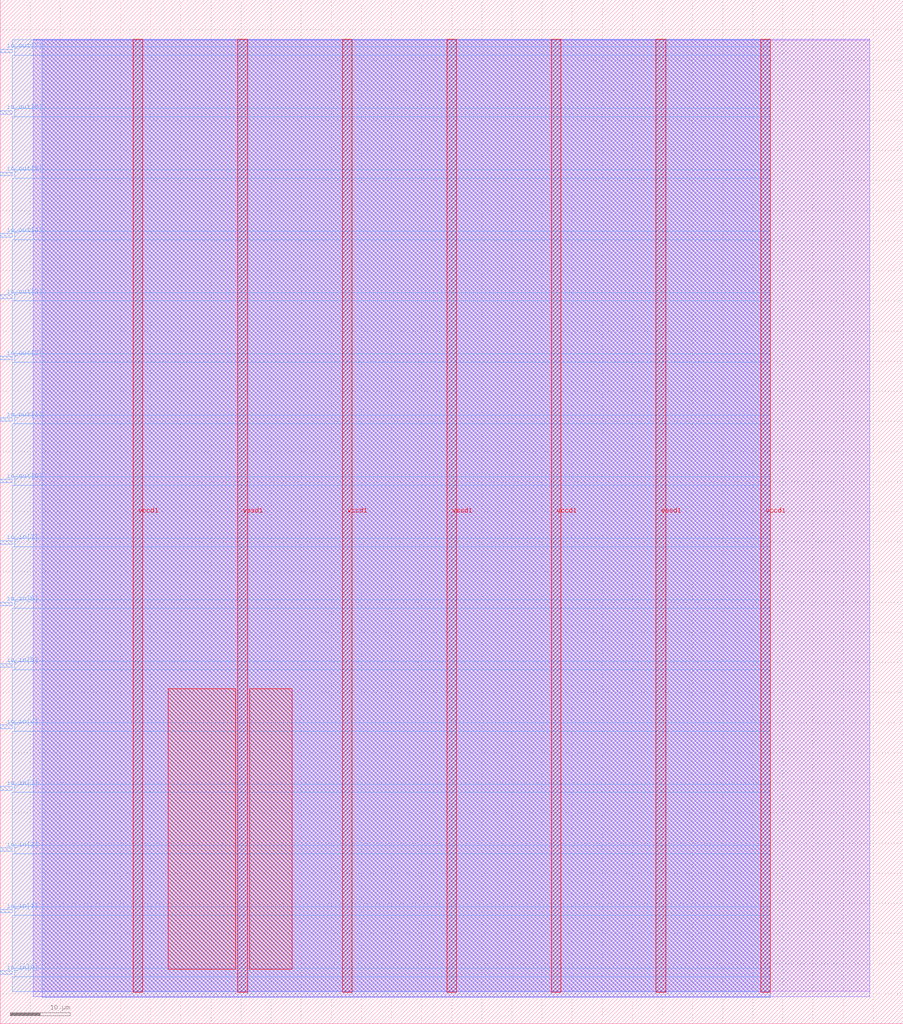
<source format=lef>
VERSION 5.7 ;
  NOWIREEXTENSIONATPIN ON ;
  DIVIDERCHAR "/" ;
  BUSBITCHARS "[]" ;
MACRO meriac_tt02_play_tune
  CLASS BLOCK ;
  FOREIGN meriac_tt02_play_tune ;
  ORIGIN 0.000 0.000 ;
  SIZE 150.000 BY 170.000 ;
  PIN io_in[0]
    DIRECTION INPUT ;
    USE SIGNAL ;
    PORT
      LAYER met3 ;
        RECT 0.000 8.200 2.000 8.800 ;
    END
  END io_in[0]
  PIN io_in[1]
    DIRECTION INPUT ;
    USE SIGNAL ;
    PORT
      LAYER met3 ;
        RECT 0.000 18.400 2.000 19.000 ;
    END
  END io_in[1]
  PIN io_in[2]
    DIRECTION INPUT ;
    USE SIGNAL ;
    PORT
      LAYER met3 ;
        RECT 0.000 28.600 2.000 29.200 ;
    END
  END io_in[2]
  PIN io_in[3]
    DIRECTION INPUT ;
    USE SIGNAL ;
    PORT
      LAYER met3 ;
        RECT 0.000 38.800 2.000 39.400 ;
    END
  END io_in[3]
  PIN io_in[4]
    DIRECTION INPUT ;
    USE SIGNAL ;
    PORT
      LAYER met3 ;
        RECT 0.000 49.000 2.000 49.600 ;
    END
  END io_in[4]
  PIN io_in[5]
    DIRECTION INPUT ;
    USE SIGNAL ;
    PORT
      LAYER met3 ;
        RECT 0.000 59.200 2.000 59.800 ;
    END
  END io_in[5]
  PIN io_in[6]
    DIRECTION INPUT ;
    USE SIGNAL ;
    PORT
      LAYER met3 ;
        RECT 0.000 69.400 2.000 70.000 ;
    END
  END io_in[6]
  PIN io_in[7]
    DIRECTION INPUT ;
    USE SIGNAL ;
    PORT
      LAYER met3 ;
        RECT 0.000 79.600 2.000 80.200 ;
    END
  END io_in[7]
  PIN io_out[0]
    DIRECTION OUTPUT TRISTATE ;
    USE SIGNAL ;
    PORT
      LAYER met3 ;
        RECT 0.000 89.800 2.000 90.400 ;
    END
  END io_out[0]
  PIN io_out[1]
    DIRECTION OUTPUT TRISTATE ;
    USE SIGNAL ;
    PORT
      LAYER met3 ;
        RECT 0.000 100.000 2.000 100.600 ;
    END
  END io_out[1]
  PIN io_out[2]
    DIRECTION OUTPUT TRISTATE ;
    USE SIGNAL ;
    PORT
      LAYER met3 ;
        RECT 0.000 110.200 2.000 110.800 ;
    END
  END io_out[2]
  PIN io_out[3]
    DIRECTION OUTPUT TRISTATE ;
    USE SIGNAL ;
    PORT
      LAYER met3 ;
        RECT 0.000 120.400 2.000 121.000 ;
    END
  END io_out[3]
  PIN io_out[4]
    DIRECTION OUTPUT TRISTATE ;
    USE SIGNAL ;
    PORT
      LAYER met3 ;
        RECT 0.000 130.600 2.000 131.200 ;
    END
  END io_out[4]
  PIN io_out[5]
    DIRECTION OUTPUT TRISTATE ;
    USE SIGNAL ;
    PORT
      LAYER met3 ;
        RECT 0.000 140.800 2.000 141.400 ;
    END
  END io_out[5]
  PIN io_out[6]
    DIRECTION OUTPUT TRISTATE ;
    USE SIGNAL ;
    PORT
      LAYER met3 ;
        RECT 0.000 151.000 2.000 151.600 ;
    END
  END io_out[6]
  PIN io_out[7]
    DIRECTION OUTPUT TRISTATE ;
    USE SIGNAL ;
    PORT
      LAYER met3 ;
        RECT 0.000 161.200 2.000 161.800 ;
    END
  END io_out[7]
  PIN vccd1
    DIRECTION INOUT ;
    USE POWER ;
    PORT
      LAYER met4 ;
        RECT 22.090 5.200 23.690 163.440 ;
    END
    PORT
      LAYER met4 ;
        RECT 56.830 5.200 58.430 163.440 ;
    END
    PORT
      LAYER met4 ;
        RECT 91.570 5.200 93.170 163.440 ;
    END
    PORT
      LAYER met4 ;
        RECT 126.310 5.200 127.910 163.440 ;
    END
  END vccd1
  PIN vssd1
    DIRECTION INOUT ;
    USE GROUND ;
    PORT
      LAYER met4 ;
        RECT 39.460 5.200 41.060 163.440 ;
    END
    PORT
      LAYER met4 ;
        RECT 74.200 5.200 75.800 163.440 ;
    END
    PORT
      LAYER met4 ;
        RECT 108.940 5.200 110.540 163.440 ;
    END
  END vssd1
  OBS
      LAYER li1 ;
        RECT 5.520 5.355 144.440 163.285 ;
      LAYER met1 ;
        RECT 5.520 4.460 144.440 163.440 ;
      LAYER met2 ;
        RECT 6.990 4.430 127.880 163.385 ;
      LAYER met3 ;
        RECT 2.000 162.200 127.900 163.365 ;
        RECT 2.400 160.800 127.900 162.200 ;
        RECT 2.000 152.000 127.900 160.800 ;
        RECT 2.400 150.600 127.900 152.000 ;
        RECT 2.000 141.800 127.900 150.600 ;
        RECT 2.400 140.400 127.900 141.800 ;
        RECT 2.000 131.600 127.900 140.400 ;
        RECT 2.400 130.200 127.900 131.600 ;
        RECT 2.000 121.400 127.900 130.200 ;
        RECT 2.400 120.000 127.900 121.400 ;
        RECT 2.000 111.200 127.900 120.000 ;
        RECT 2.400 109.800 127.900 111.200 ;
        RECT 2.000 101.000 127.900 109.800 ;
        RECT 2.400 99.600 127.900 101.000 ;
        RECT 2.000 90.800 127.900 99.600 ;
        RECT 2.400 89.400 127.900 90.800 ;
        RECT 2.000 80.600 127.900 89.400 ;
        RECT 2.400 79.200 127.900 80.600 ;
        RECT 2.000 70.400 127.900 79.200 ;
        RECT 2.400 69.000 127.900 70.400 ;
        RECT 2.000 60.200 127.900 69.000 ;
        RECT 2.400 58.800 127.900 60.200 ;
        RECT 2.000 50.000 127.900 58.800 ;
        RECT 2.400 48.600 127.900 50.000 ;
        RECT 2.000 39.800 127.900 48.600 ;
        RECT 2.400 38.400 127.900 39.800 ;
        RECT 2.000 29.600 127.900 38.400 ;
        RECT 2.400 28.200 127.900 29.600 ;
        RECT 2.000 19.400 127.900 28.200 ;
        RECT 2.400 18.000 127.900 19.400 ;
        RECT 2.000 9.200 127.900 18.000 ;
        RECT 2.400 7.800 127.900 9.200 ;
        RECT 2.000 5.275 127.900 7.800 ;
      LAYER met4 ;
        RECT 27.895 9.015 39.060 55.585 ;
        RECT 41.460 9.015 48.465 55.585 ;
  END
END meriac_tt02_play_tune
END LIBRARY


</source>
